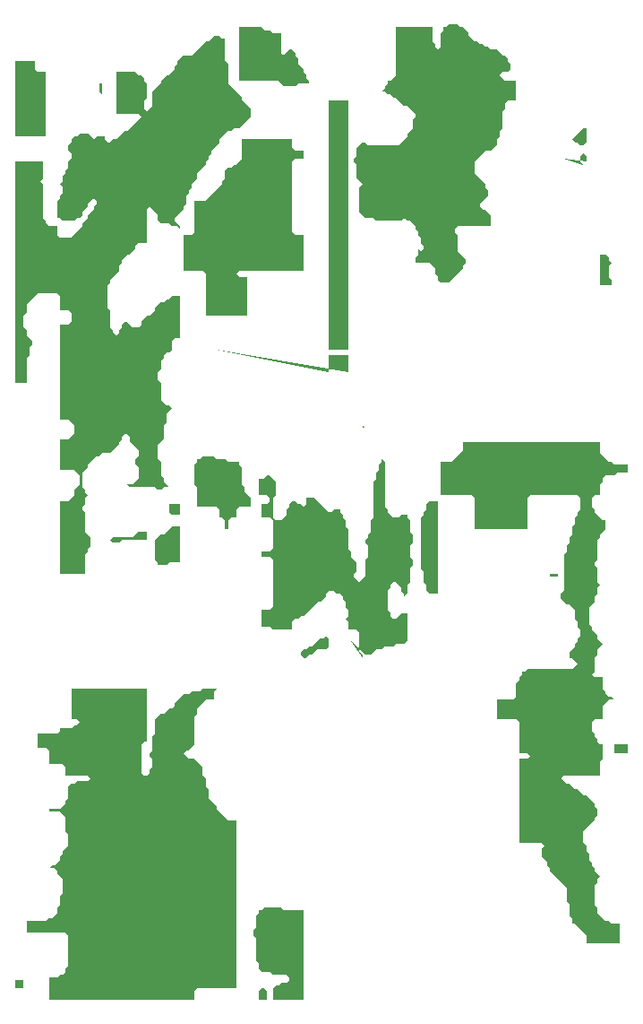
<source format=gbr>
%FSLAX24Y24*%
%MOIN*%
G36*
X25208Y41250D02*
X25000Y41458D01*
X23541Y41458D01*
X23541Y43437D01*
X24375Y43437D01*
X24479Y43333D01*
X24687Y43333D01*
X24791Y43229D01*
X25104Y43229D01*
X25104Y42500D01*
X25208Y42395D01*
X25416Y42604D01*
X25520Y42604D01*
X25625Y42500D01*
X25625Y42395D01*
X25729Y42291D01*
X25729Y42083D01*
X25937Y41875D01*
X25937Y41770D01*
X26041Y41666D01*
X26041Y41562D01*
X26145Y41458D01*
X26145Y41354D01*
X25729Y41354D01*
X25625Y41250D01*
X18437Y40937D02*
X18333Y41041D01*
X18333Y41354D01*
X18437Y41354D01*
X15208Y39375D02*
X15208Y42187D01*
X15937Y42187D01*
X15937Y41875D01*
X16041Y41770D01*
X16354Y41770D01*
X16354Y39375D01*
X36250Y39062D02*
X36145Y39166D01*
X36041Y39166D01*
X35937Y39270D01*
X36354Y39687D01*
X36458Y39687D01*
X36458Y39166D01*
X36354Y39062D01*
X35625Y38541D02*
X36354Y38333D02*
X36250Y38437D01*
X36250Y38645D01*
X36354Y38750D01*
X36458Y38645D01*
X36458Y38437D01*
X31041Y33958D02*
X30937Y34062D01*
X30937Y34166D01*
X30833Y34270D01*
X30833Y34479D01*
X30625Y34687D01*
X30104Y34687D01*
X30104Y34895D01*
X30208Y35000D01*
X30208Y35208D01*
X30312Y35104D01*
X30416Y35208D01*
X30416Y35312D01*
X30312Y35416D01*
X30312Y35625D01*
X30208Y35729D01*
X30208Y35833D01*
X30104Y35937D01*
X30104Y36041D01*
X29895Y36250D01*
X29791Y36250D01*
X29687Y36354D01*
X29583Y36250D01*
X28645Y36250D01*
X28541Y36354D01*
X28229Y36354D01*
X28020Y36562D01*
X28020Y37500D01*
X28125Y37604D01*
X27916Y37812D01*
X27916Y38333D01*
X27812Y38437D01*
X27812Y38541D01*
X27916Y38645D01*
X27916Y38958D01*
X28125Y39166D01*
X28229Y39166D01*
X28333Y39062D01*
X29479Y39062D01*
X29791Y39375D01*
X29791Y39479D01*
X30000Y39687D01*
X30000Y40000D01*
X30104Y40104D01*
X30104Y40208D01*
X29791Y40520D01*
X29687Y40520D01*
X29375Y40833D01*
X29270Y40833D01*
X29166Y40937D01*
X29062Y40937D01*
X28958Y41041D01*
X28854Y41041D01*
X28958Y41145D01*
X28958Y41250D01*
X29062Y41354D01*
X29062Y41458D01*
X29166Y41458D01*
X29375Y41666D01*
X29375Y43437D01*
X30729Y43437D01*
X30729Y42916D01*
X30833Y42812D01*
X30833Y42708D01*
X30937Y42604D01*
X31041Y42708D01*
X31041Y43229D01*
X31145Y43333D01*
X31145Y43437D01*
X31250Y43437D01*
X31354Y43541D01*
X31666Y43541D01*
X31770Y43437D01*
X31875Y43437D01*
X32083Y43229D01*
X32083Y43125D01*
X32291Y42916D01*
X32395Y42916D01*
X32500Y42812D01*
X32604Y42812D01*
X32708Y42708D01*
X32812Y42708D01*
X32916Y42604D01*
X33125Y42604D01*
X33333Y42395D01*
X33437Y42395D01*
X33541Y42291D01*
X33541Y42187D01*
X33645Y42083D01*
X33645Y41875D01*
X33541Y41770D01*
X33333Y41770D01*
X33229Y41666D01*
X33437Y41458D01*
X33854Y41458D01*
X33854Y40729D01*
X33541Y40729D01*
X33437Y40625D01*
X33437Y40416D01*
X33333Y40312D01*
X33333Y39687D01*
X33229Y39583D01*
X33229Y39375D01*
X33125Y39270D01*
X33125Y39062D01*
X32916Y38854D01*
X32708Y38854D01*
X32291Y38437D01*
X32291Y38020D01*
X32708Y37604D01*
X32708Y37500D01*
X32812Y37395D01*
X32812Y37187D01*
X32500Y36875D01*
X32500Y36770D01*
X32604Y36666D01*
X32708Y36666D01*
X32916Y36458D01*
X32916Y36041D01*
X31666Y36041D01*
X31562Y35937D01*
X31562Y35833D01*
X31666Y35729D01*
X31666Y35104D01*
X31979Y34791D01*
X31979Y34687D01*
X31875Y34583D01*
X31875Y34479D01*
X31354Y33958D01*
X36979Y33854D02*
X36979Y35000D01*
X37187Y35000D01*
X37291Y34895D01*
X37291Y34791D01*
X37395Y34687D01*
X37291Y34583D01*
X37291Y34166D01*
X37395Y34062D01*
X37395Y33854D01*
X22291Y32708D02*
X22291Y34270D01*
X22187Y34375D01*
X21458Y34375D01*
X21458Y35729D01*
X21770Y35729D01*
X21875Y35833D01*
X21875Y36979D01*
X22291Y36979D01*
X22916Y37604D01*
X22916Y37708D01*
X23020Y37812D01*
X23020Y38125D01*
X23125Y38229D01*
X23229Y38229D01*
X23333Y38333D01*
X23437Y38333D01*
X23645Y38541D01*
X23645Y39270D01*
X25520Y39270D01*
X25520Y38958D01*
X25625Y38854D01*
X25937Y38854D01*
X25937Y38541D01*
X25625Y38541D01*
X25520Y38437D01*
X25520Y35833D01*
X25625Y35729D01*
X25937Y35729D01*
X25937Y34375D01*
X23541Y34375D01*
X23437Y34270D01*
X23541Y34166D01*
X23854Y34166D01*
X23854Y32708D01*
X26875Y31458D02*
X26875Y40729D01*
X27604Y40729D01*
X27604Y31458D01*
X22708Y31458D02*
X26875Y30625D02*
X26875Y31250D01*
X27604Y31250D01*
X27604Y30625D01*
X28125Y28541D02*
X28125Y28645D01*
X28229Y28541D01*
X26770Y27604D02*
X26875Y27604D01*
X18958Y26458D02*
X19166Y26458D01*
X20208Y25625D02*
X20520Y25625D01*
X21041Y25312D02*
X20937Y25416D01*
X20937Y25729D01*
X21354Y25729D01*
X21354Y25312D01*
X23020Y24791D02*
X23020Y25104D01*
X22916Y25208D01*
X22812Y25208D01*
X22812Y25520D01*
X22708Y25625D01*
X21979Y25625D01*
X21979Y26354D01*
X21875Y26458D01*
X21875Y27187D01*
X21979Y27291D01*
X21979Y27395D01*
X22083Y27395D01*
X22187Y27500D01*
X22604Y27500D01*
X22708Y27395D01*
X23020Y27395D01*
X23125Y27291D01*
X23541Y27291D01*
X23541Y27187D01*
X23645Y27083D01*
X23645Y26458D01*
X23750Y26354D01*
X23750Y26145D01*
X23958Y25937D01*
X23958Y25625D01*
X23541Y25625D01*
X23437Y25520D01*
X23437Y25208D01*
X23229Y25208D01*
X23125Y25104D01*
X23125Y24791D01*
X18854Y24270D02*
X18750Y24375D01*
X18645Y24375D01*
X18750Y24375D01*
X18854Y24479D01*
X19583Y24479D01*
X19791Y24687D01*
X20104Y24687D01*
X20104Y24375D01*
X19166Y24375D01*
X19062Y24270D01*
X20520Y23437D02*
X20520Y23541D01*
X20416Y23645D01*
X20416Y24375D01*
X20625Y24583D01*
X20729Y24583D01*
X21041Y24895D01*
X21354Y24895D01*
X21354Y23541D01*
X20937Y23541D01*
X20833Y23437D01*
X16875Y23125D02*
X16875Y25833D01*
X17187Y25833D01*
X17395Y26041D01*
X17395Y26250D01*
X17604Y26458D01*
X17604Y26770D01*
X17395Y26979D01*
X16875Y26979D01*
X16875Y28125D01*
X17187Y28125D01*
X17395Y28333D01*
X17395Y28645D01*
X17187Y28854D01*
X16875Y28854D01*
X16875Y32395D01*
X17187Y32395D01*
X17291Y32500D01*
X17291Y32812D01*
X17187Y32916D01*
X16875Y32916D01*
X16875Y33437D01*
X16770Y33541D01*
X16041Y33541D01*
X15625Y33125D01*
X15625Y32812D01*
X15520Y32708D01*
X15520Y32291D01*
X15625Y32187D01*
X15625Y31979D01*
X15833Y31770D01*
X15833Y31666D01*
X15729Y31562D01*
X15729Y31250D01*
X15625Y31145D01*
X15625Y30208D01*
X15208Y30208D01*
X15208Y38437D01*
X16250Y38437D01*
X16250Y37812D01*
X16145Y37708D01*
X16250Y37604D01*
X16250Y36354D01*
X16354Y36250D01*
X16354Y36145D01*
X16458Y36041D01*
X16770Y36041D01*
X16770Y35729D01*
X16875Y35625D01*
X17291Y35625D01*
X17708Y36041D01*
X17708Y36145D01*
X17916Y36354D01*
X17916Y36458D01*
X18125Y36666D01*
X18125Y36770D01*
X18229Y36875D01*
X18229Y36979D01*
X18125Y37083D01*
X17916Y36875D01*
X17916Y36770D01*
X17708Y36562D01*
X17708Y36458D01*
X17604Y36354D01*
X17500Y36354D01*
X17395Y36250D01*
X16979Y36250D01*
X16875Y36354D01*
X16770Y36354D01*
X16770Y36979D01*
X16875Y37083D01*
X16875Y37187D01*
X16979Y37291D01*
X16979Y37500D01*
X16875Y37604D01*
X16979Y37708D01*
X16979Y37916D01*
X17083Y38020D01*
X17083Y38125D01*
X17187Y38229D01*
X17187Y38437D01*
X17291Y38541D01*
X17291Y38750D01*
X17187Y38854D01*
X17187Y39062D01*
X17291Y39166D01*
X17291Y39270D01*
X17395Y39375D01*
X17500Y39375D01*
X17604Y39479D01*
X17916Y39479D01*
X18125Y39270D01*
X18229Y39375D01*
X18541Y39375D01*
X18541Y39270D01*
X18645Y39166D01*
X18750Y39166D01*
X18854Y39270D01*
X18958Y39270D01*
X19270Y39583D01*
X19375Y39583D01*
X19895Y40104D01*
X19791Y40208D01*
X18958Y40208D01*
X18958Y41770D01*
X19687Y41770D01*
X19791Y41666D01*
X19895Y41666D01*
X20000Y41562D01*
X20000Y41458D01*
X20104Y41354D01*
X20104Y40833D01*
X20000Y40729D01*
X20000Y40416D01*
X20104Y40312D01*
X20312Y40520D01*
X20312Y41041D01*
X20625Y41354D01*
X20625Y41458D01*
X20833Y41666D01*
X20937Y41666D01*
X21145Y41875D01*
X21145Y41979D01*
X21250Y42083D01*
X21250Y42187D01*
X21458Y42395D01*
X21770Y42395D01*
X22291Y42916D01*
X22395Y42916D01*
X22604Y43125D01*
X22812Y43125D01*
X22916Y43020D01*
X23020Y43020D01*
X23020Y42187D01*
X23125Y42083D01*
X23125Y41354D01*
X23645Y40833D01*
X23645Y40729D01*
X23958Y40416D01*
X23958Y40104D01*
X23541Y39687D01*
X23333Y39687D01*
X23229Y39583D01*
X23125Y39583D01*
X22812Y39270D01*
X22812Y39166D01*
X22500Y38854D01*
X22500Y38750D01*
X22395Y38645D01*
X22395Y38541D01*
X22291Y38437D01*
X22291Y38333D01*
X21979Y38020D01*
X21979Y37812D01*
X21770Y37604D01*
X21770Y37500D01*
X21666Y37395D01*
X21666Y37291D01*
X21562Y37187D01*
X21562Y36875D01*
X21458Y36770D01*
X21458Y36666D01*
X21145Y36354D01*
X21145Y36250D01*
X21354Y36041D01*
X21354Y35937D01*
X21250Y36041D01*
X21041Y36041D01*
X20937Y36145D01*
X20625Y36145D01*
X20520Y36250D01*
X20520Y36458D01*
X20208Y36770D01*
X20104Y36666D01*
X20104Y35416D01*
X19791Y35416D01*
X19687Y35312D01*
X19687Y35208D01*
X19479Y35000D01*
X19375Y35000D01*
X19166Y34791D01*
X19166Y34687D01*
X19062Y34583D01*
X19062Y34375D01*
X18750Y34062D01*
X18750Y33958D01*
X18645Y33854D01*
X18645Y33020D01*
X18750Y32916D01*
X18750Y32291D01*
X18854Y32187D01*
X18854Y32083D01*
X18958Y31979D01*
X19062Y32083D01*
X19062Y32187D01*
X19166Y32291D01*
X19166Y32395D01*
X19270Y32500D01*
X19375Y32500D01*
X19583Y32291D01*
X19791Y32291D01*
X19895Y32395D01*
X19895Y32500D01*
X20104Y32708D01*
X20208Y32708D01*
X20416Y32916D01*
X20416Y33020D01*
X20625Y33229D01*
X20729Y33229D01*
X20833Y33333D01*
X20937Y33333D01*
X21041Y33437D01*
X21354Y33437D01*
X21354Y31875D01*
X21145Y31875D01*
X21041Y31770D01*
X21041Y31458D01*
X20937Y31354D01*
X20833Y31354D01*
X20729Y31250D01*
X20729Y31145D01*
X20625Y31041D01*
X20625Y30729D01*
X20520Y30625D01*
X20520Y30312D01*
X20625Y30208D01*
X20625Y29583D01*
X20833Y29375D01*
X20937Y29375D01*
X21041Y29270D01*
X20833Y29062D01*
X20833Y28750D01*
X20729Y28645D01*
X20729Y28125D01*
X20520Y27916D01*
X20520Y27395D01*
X20625Y27291D01*
X20625Y26770D01*
X20729Y26666D01*
X20729Y26562D01*
X20937Y26354D01*
X20729Y26354D01*
X20625Y26250D01*
X20520Y26250D01*
X20416Y26354D01*
X19479Y26354D01*
X19375Y26458D01*
X19583Y26458D01*
X19791Y26666D01*
X19791Y27083D01*
X19687Y27187D01*
X19687Y27395D01*
X19791Y27500D01*
X19791Y27708D01*
X19479Y28020D01*
X19479Y28229D01*
X19375Y28333D01*
X19270Y28333D01*
X19166Y28229D01*
X19166Y28125D01*
X19062Y28020D01*
X19062Y27916D01*
X18750Y27604D01*
X18437Y27604D01*
X18333Y27500D01*
X18229Y27500D01*
X17916Y27187D01*
X17916Y27083D01*
X17708Y26875D01*
X17708Y26354D01*
X17812Y26250D01*
X17812Y26145D01*
X17916Y26041D01*
X17812Y25937D01*
X17812Y25729D01*
X17708Y25625D01*
X17708Y25520D01*
X17812Y25416D01*
X17812Y24687D01*
X18020Y24479D01*
X18020Y24166D01*
X17916Y24062D01*
X17916Y23958D01*
X17812Y23854D01*
X17812Y23125D01*
X35104Y23020D02*
X35104Y23125D01*
X35416Y23125D01*
X35416Y23020D01*
X30625Y22395D02*
X30520Y22500D01*
X30520Y22708D01*
X30416Y22812D01*
X30416Y23229D01*
X30312Y23333D01*
X30312Y25208D01*
X30416Y25312D01*
X30416Y25416D01*
X30520Y25520D01*
X30520Y25729D01*
X30625Y25833D01*
X30937Y25833D01*
X30937Y22395D01*
X27708Y20625D02*
X28125Y20000D02*
X28125Y20104D01*
X28020Y20208D01*
X28020Y20937D01*
X27916Y21041D01*
X27604Y21041D01*
X27604Y21354D01*
X27500Y21458D01*
X27604Y21562D01*
X27604Y21770D01*
X27500Y21875D01*
X27500Y22083D01*
X27395Y22187D01*
X27395Y22291D01*
X27291Y22395D01*
X27187Y22395D01*
X27083Y22500D01*
X26875Y22500D01*
X26770Y22395D01*
X26770Y22291D01*
X26562Y22083D01*
X26458Y22083D01*
X25937Y21562D01*
X25833Y21562D01*
X25729Y21458D01*
X25625Y21458D01*
X25520Y21354D01*
X25520Y21041D01*
X24791Y21041D01*
X24687Y21145D01*
X24375Y21145D01*
X24375Y21770D01*
X24687Y21770D01*
X24791Y21875D01*
X24791Y23645D01*
X24687Y23750D01*
X24375Y23750D01*
X24375Y23958D01*
X24687Y23958D01*
X24791Y24062D01*
X24791Y25104D01*
X24687Y25208D01*
X24375Y25208D01*
X24375Y25729D01*
X24583Y25729D01*
X24687Y25833D01*
X24687Y25937D01*
X24583Y26041D01*
X24270Y26041D01*
X24270Y26666D01*
X24479Y26666D01*
X24583Y26770D01*
X24687Y26770D01*
X24895Y26562D01*
X24895Y26041D01*
X24791Y25937D01*
X24791Y25208D01*
X24895Y25104D01*
X25104Y25104D01*
X25312Y25312D01*
X25312Y25520D01*
X25416Y25625D01*
X25416Y25729D01*
X25520Y25833D01*
X25625Y25833D01*
X25729Y25729D01*
X25833Y25729D01*
X25937Y25625D01*
X26041Y25729D01*
X26041Y25937D01*
X26354Y25937D01*
X26875Y25416D01*
X26979Y25416D01*
X27083Y25520D01*
X27291Y25520D01*
X27291Y25416D01*
X27395Y25312D01*
X27395Y25208D01*
X27500Y25104D01*
X27500Y24895D01*
X27604Y24791D01*
X27604Y24062D01*
X27708Y23958D01*
X27708Y23750D01*
X27916Y23541D01*
X27916Y23229D01*
X27812Y23125D01*
X27812Y23020D01*
X28020Y22812D01*
X28229Y23020D01*
X28229Y23645D01*
X28333Y23750D01*
X28333Y24166D01*
X28229Y24270D01*
X28229Y24375D01*
X28333Y24479D01*
X28333Y24583D01*
X28437Y24687D01*
X28437Y25104D01*
X28541Y25208D01*
X28541Y26562D01*
X28645Y26666D01*
X28645Y26875D01*
X28750Y26979D01*
X28750Y27187D01*
X28854Y27291D01*
X28854Y27395D01*
X28958Y27291D01*
X28958Y25625D01*
X29062Y25520D01*
X29062Y25416D01*
X29270Y25208D01*
X29479Y25208D01*
X29583Y25312D01*
X29791Y25312D01*
X29791Y25208D01*
X29895Y25104D01*
X29895Y24687D01*
X30000Y24583D01*
X30000Y24270D01*
X29895Y24166D01*
X29895Y23750D01*
X30000Y23645D01*
X30000Y23437D01*
X29895Y23333D01*
X29895Y22812D01*
X29791Y22708D01*
X29791Y22395D01*
X29687Y22291D01*
X29687Y22083D01*
X29687Y22395D01*
X29583Y22500D01*
X29583Y22604D01*
X29375Y22812D01*
X29270Y22812D01*
X29166Y22708D01*
X29166Y22604D01*
X29062Y22500D01*
X29062Y21770D01*
X29166Y21666D01*
X29166Y21562D01*
X29270Y21458D01*
X29375Y21458D01*
X29583Y21666D01*
X29791Y21666D01*
X29791Y20625D01*
X29687Y20520D01*
X29375Y20520D01*
X29270Y20416D01*
X28958Y20416D01*
X28854Y20312D01*
X28645Y20312D01*
X28437Y20104D01*
X28229Y20104D01*
X25937Y20000D02*
X25833Y20104D01*
X25833Y20208D01*
X25937Y20312D01*
X26041Y20312D01*
X26145Y20416D01*
X26250Y20416D01*
X26562Y20729D01*
X26666Y20729D01*
X26770Y20833D01*
X26875Y20729D01*
X26875Y20416D01*
X26770Y20312D01*
X26458Y20312D01*
X26250Y20104D01*
X26145Y20104D01*
X26041Y20000D01*
X37500Y16458D02*
X37500Y16770D01*
X38020Y16770D01*
X38020Y16458D01*
X36458Y9375D02*
X36458Y9687D01*
X36041Y10104D01*
X35937Y10104D01*
X35937Y10312D01*
X35833Y10416D01*
X35833Y10833D01*
X35729Y10937D01*
X35729Y11458D01*
X35104Y12083D01*
X35104Y12187D01*
X35000Y12291D01*
X35000Y12395D01*
X34791Y12604D01*
X34791Y12916D01*
X34895Y13020D01*
X34791Y13125D01*
X33958Y13125D01*
X33958Y16250D01*
X34270Y16250D01*
X34375Y16354D01*
X34270Y16458D01*
X33958Y16458D01*
X33958Y17604D01*
X33854Y17708D01*
X33125Y17708D01*
X33125Y18437D01*
X33750Y18437D01*
X33854Y18541D01*
X33854Y19062D01*
X33958Y19166D01*
X33958Y19270D01*
X34062Y19375D01*
X34062Y19479D01*
X34166Y19479D01*
X34270Y19583D01*
X35937Y19583D01*
X36145Y19791D01*
X35937Y20000D01*
X35833Y20000D01*
X35833Y20208D01*
X36041Y20416D01*
X36041Y20520D01*
X36145Y20625D01*
X36145Y20729D01*
X36250Y20833D01*
X36250Y21041D01*
X36145Y21145D01*
X36145Y21354D01*
X36041Y21458D01*
X36041Y21770D01*
X35833Y21979D01*
X35729Y21979D01*
X35520Y22187D01*
X35520Y22395D01*
X35625Y22500D01*
X35625Y23854D01*
X35729Y23958D01*
X35729Y24166D01*
X35833Y24270D01*
X35833Y24479D01*
X35937Y24583D01*
X35937Y24895D01*
X36041Y25000D01*
X36041Y25208D01*
X36145Y25312D01*
X36145Y25416D01*
X36250Y25520D01*
X36250Y25937D01*
X36145Y26041D01*
X34375Y26041D01*
X34270Y25937D01*
X34270Y24791D01*
X32291Y24791D01*
X32291Y25937D01*
X32187Y26041D01*
X31041Y26041D01*
X31041Y27291D01*
X31458Y27291D01*
X31875Y27708D01*
X31875Y28020D01*
X36979Y28020D01*
X36979Y27604D01*
X37291Y27291D01*
X37395Y27291D01*
X37500Y27187D01*
X38020Y27187D01*
X38020Y26875D01*
X37604Y26875D01*
X37500Y26770D01*
X37187Y26770D01*
X37083Y26666D01*
X37083Y26562D01*
X36979Y26458D01*
X36979Y26041D01*
X36770Y26041D01*
X36666Y25937D01*
X36666Y25625D01*
X36770Y25520D01*
X36770Y25416D01*
X37083Y25104D01*
X37187Y25104D01*
X37187Y24791D01*
X36979Y24583D01*
X36979Y24479D01*
X36875Y24375D01*
X36875Y23645D01*
X36770Y23541D01*
X36770Y23437D01*
X36875Y23333D01*
X36875Y22812D01*
X36979Y22708D01*
X36875Y22604D01*
X36875Y22395D01*
X36770Y22291D01*
X36770Y22083D01*
X36562Y21875D01*
X36562Y21250D01*
X36666Y21145D01*
X36666Y21041D01*
X36875Y20833D01*
X36875Y20729D01*
X37083Y20520D01*
X36875Y20312D01*
X36875Y20104D01*
X36770Y20000D01*
X36770Y19479D01*
X36666Y19375D01*
X36770Y19270D01*
X37083Y19270D01*
X37083Y18854D01*
X37187Y18750D01*
X37187Y18645D01*
X37291Y18541D01*
X37395Y18541D01*
X37500Y18437D01*
X38020Y18437D01*
X37291Y18437D01*
X37083Y18229D01*
X37083Y17708D01*
X36770Y17708D01*
X36666Y17604D01*
X36666Y17291D01*
X36770Y17187D01*
X36770Y17083D01*
X36875Y16979D01*
X36875Y16875D01*
X36979Y16770D01*
X37083Y16770D01*
X37083Y16250D01*
X36979Y16145D01*
X36979Y15625D01*
X35625Y15625D01*
X35520Y15520D01*
X35729Y15312D01*
X35833Y15312D01*
X36041Y15104D01*
X36145Y15104D01*
X36354Y14895D01*
X36458Y14895D01*
X36770Y14583D01*
X36770Y14479D01*
X36875Y14375D01*
X36875Y14166D01*
X36770Y14062D01*
X36770Y13958D01*
X36354Y13541D01*
X36354Y13125D01*
X36458Y13020D01*
X36458Y12812D01*
X36562Y12708D01*
X36562Y12500D01*
X36666Y12395D01*
X36666Y12291D01*
X36770Y12187D01*
X36770Y12083D01*
X36979Y11875D01*
X36875Y11770D01*
X36875Y11666D01*
X36770Y11562D01*
X36770Y10833D01*
X36875Y10729D01*
X36875Y10520D01*
X37187Y10208D01*
X37291Y10208D01*
X37395Y10104D01*
X37708Y10104D01*
X37708Y9375D01*
X15208Y7708D02*
X15208Y8020D01*
X15520Y8020D01*
X15520Y7708D01*
X24791Y7291D02*
X24791Y7708D01*
X24895Y7812D01*
X25000Y7812D01*
X25104Y7916D01*
X25312Y7916D01*
X25416Y8020D01*
X25416Y8125D01*
X25312Y8229D01*
X24791Y8229D01*
X24687Y8333D01*
X24375Y8333D01*
X24270Y8437D01*
X24270Y8645D01*
X24166Y8750D01*
X24166Y9583D01*
X24062Y9687D01*
X24062Y9895D01*
X24166Y10000D01*
X24166Y10416D01*
X24270Y10520D01*
X24270Y10625D01*
X24375Y10625D01*
X24479Y10729D01*
X25104Y10729D01*
X25208Y10625D01*
X25937Y10625D01*
X25937Y7291D01*
X24270Y7291D02*
X24270Y7604D01*
X24375Y7708D01*
X24479Y7708D01*
X24583Y7604D01*
X24583Y7291D01*
X16458Y7291D02*
X16458Y8125D01*
X16770Y8125D01*
X16875Y8229D01*
X16979Y8229D01*
X17083Y8333D01*
X17083Y8437D01*
X17187Y8541D01*
X17187Y9687D01*
X17083Y9791D01*
X15625Y9791D01*
X15625Y10208D01*
X16354Y10208D01*
X16458Y10312D01*
X16562Y10312D01*
X16770Y10520D01*
X16770Y10729D01*
X16875Y10833D01*
X16875Y11145D01*
X16979Y11250D01*
X16979Y11770D01*
X16770Y11979D01*
X16770Y12083D01*
X16666Y12187D01*
X16458Y12187D01*
X16562Y12291D01*
X16666Y12291D01*
X16875Y12500D01*
X16875Y12604D01*
X16979Y12708D01*
X16979Y12812D01*
X17187Y13020D01*
X17187Y13437D01*
X17083Y13541D01*
X17083Y14062D01*
X16875Y14270D01*
X16458Y14270D01*
X16458Y14375D01*
X16875Y14375D01*
X17083Y14583D01*
X17083Y14687D01*
X17187Y14791D01*
X17187Y15208D01*
X17291Y15312D01*
X17395Y15312D01*
X17500Y15416D01*
X17916Y15416D01*
X18020Y15520D01*
X17916Y15625D01*
X17083Y15625D01*
X17083Y15937D01*
X16979Y16041D01*
X16458Y16041D01*
X16458Y16562D01*
X16354Y16666D01*
X16041Y16666D01*
X16041Y17187D01*
X16770Y17187D01*
X16875Y17291D01*
X16875Y17395D01*
X17291Y17395D01*
X17395Y17500D01*
X17500Y17500D01*
X17604Y17604D01*
X17500Y17708D01*
X17291Y17708D01*
X17291Y18854D01*
X20104Y18854D01*
X20104Y16875D01*
X20000Y16875D01*
X19895Y16770D01*
X19895Y15729D01*
X20000Y15625D01*
X20104Y15625D01*
X20208Y15729D01*
X20208Y15833D01*
X20312Y15937D01*
X20312Y16250D01*
X20208Y16354D01*
X20208Y16458D01*
X20312Y16562D01*
X20312Y17083D01*
X20416Y17187D01*
X20416Y17708D01*
X20625Y17916D01*
X20729Y17916D01*
X20937Y18125D01*
X21041Y18125D01*
X21145Y18229D01*
X21145Y18333D01*
X21458Y18645D01*
X21666Y18645D01*
X21770Y18750D01*
X22083Y18750D01*
X22187Y18854D01*
X22708Y18854D01*
X22604Y18750D01*
X22604Y18437D01*
X22291Y18437D01*
X21979Y18125D01*
X21979Y17916D01*
X21875Y17812D01*
X21875Y16770D01*
X21666Y16562D01*
X21562Y16562D01*
X21458Y16458D01*
X21666Y16250D01*
X21875Y16250D01*
X22187Y15937D01*
X22187Y15625D01*
X22291Y15520D01*
X22291Y15208D01*
X22395Y15104D01*
X22395Y14791D01*
X22708Y14479D01*
X22708Y14375D01*
X23125Y13958D01*
X23437Y13958D01*
X23437Y7708D01*
X21979Y7708D01*
X21875Y7604D01*
X21875Y7291D01*
G37*
M02*

</source>
